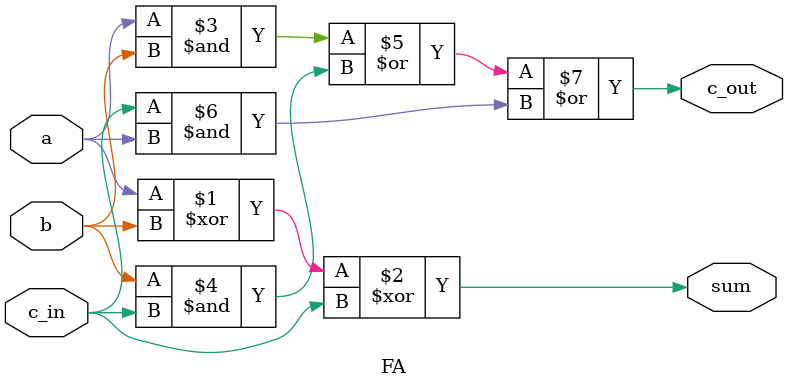
<source format=v>



module RCA_N #(parameter N = 1024)
  (input [N-1:0] A, B,
   input clk,
   output reg [N-1:0] Sum,
   output reg C_out);
  
  reg [N-1:0] A_in, B_in;
  wire [N-1:0] S;
 
  
  wire [N:0]C;
  assign C[0]=0;
  
  
  always@(posedge clk)
    begin
      A_in<=A;
      B_in<=B;
      Sum<=S;
      C_out<=C[N];
    end
  
genvar i;
  generate
    for(i=0;i<N;i=i+1)
      begin:ripple
        FA fa_1(.a(A_in[i]),.b(B_in[i]),.c_in(C[i]),.sum(S[i]),.c_out(C[i+1]));
      end
  endgenerate
  
  
    
endmodule



module FA(input a,b,c_in,
             output sum,c_out);
  
  assign sum = a ^ b ^ c_in;
  assign c_out = a&b | b&c_in | c_in&a;
  
endmodule
  

</source>
